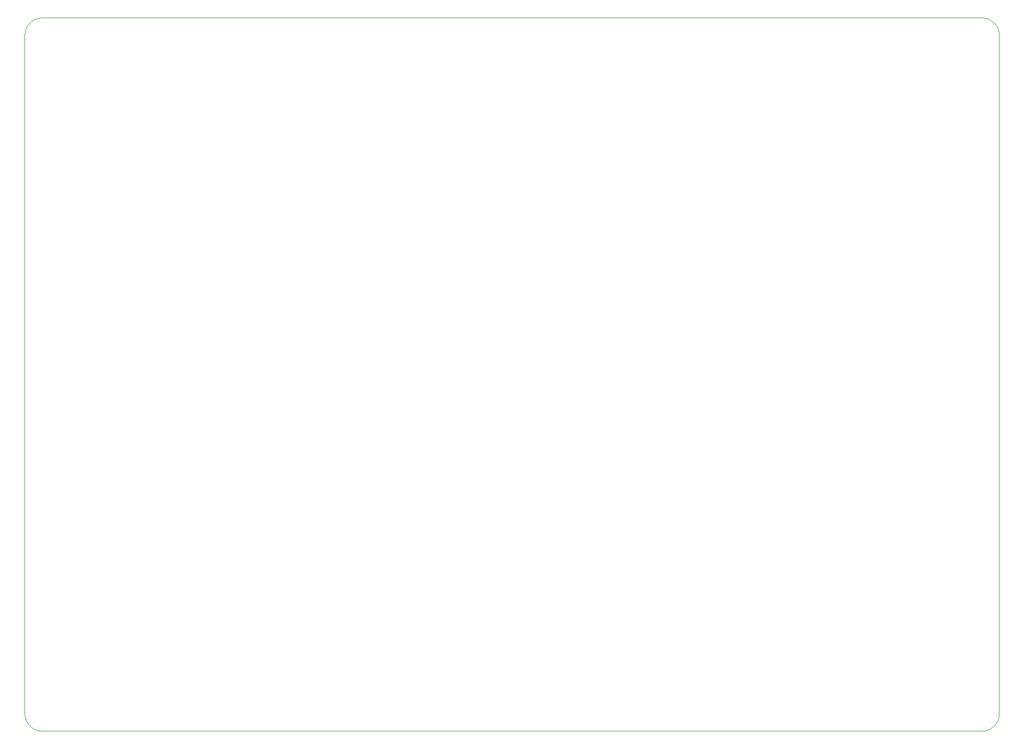
<source format=gbr>
G04 #@! TF.FileFunction,Profile,NP*
%FSLAX46Y46*%
G04 Gerber Fmt 4.6, Leading zero omitted, Abs format (unit mm)*
G04 Created by KiCad (PCBNEW 4.0.2-stable) date Monday, 06 March 2017 12:37:51*
%MOMM*%
G01*
G04 APERTURE LIST*
%ADD10C,0.100000*%
G04 APERTURE END LIST*
D10*
X229480041Y-22048992D02*
X67480041Y-22048992D01*
X229582464Y-22050741D02*
X229480041Y-22048992D01*
X229684768Y-22055985D02*
X229582464Y-22050741D01*
X229786833Y-22064720D02*
X229684768Y-22055985D01*
X229888541Y-22076934D02*
X229786833Y-22064720D01*
X229989772Y-22092613D02*
X229888541Y-22076934D01*
X230090409Y-22111739D02*
X229989772Y-22092613D01*
X230190334Y-22134290D02*
X230090409Y-22111739D01*
X230289431Y-22160240D02*
X230190334Y-22134290D01*
X230387585Y-22189557D02*
X230289431Y-22160240D01*
X230484680Y-22222209D02*
X230387585Y-22189557D01*
X230580604Y-22258156D02*
X230484680Y-22222209D01*
X230675244Y-22297358D02*
X230580604Y-22258156D01*
X230768491Y-22339768D02*
X230675244Y-22297358D01*
X230860236Y-22385336D02*
X230768491Y-22339768D01*
X230950372Y-22434010D02*
X230860236Y-22385336D01*
X231038793Y-22485734D02*
X230950372Y-22434010D01*
X231125397Y-22540445D02*
X231038793Y-22485734D01*
X231210082Y-22598082D02*
X231125397Y-22540445D01*
X231292750Y-22658576D02*
X231210082Y-22598082D01*
X232306824Y-143053729D02*
X232339475Y-142956634D01*
X65508430Y-22787853D02*
X65432382Y-22856484D01*
X232270876Y-143149653D02*
X232306824Y-143053729D01*
X65586777Y-22721858D02*
X65508430Y-22787853D01*
X232231675Y-143244294D02*
X232270876Y-143149653D01*
X65667332Y-22658576D02*
X65586777Y-22721858D01*
X232189265Y-143337541D02*
X232231675Y-143244294D01*
X232143697Y-143429286D02*
X232189265Y-143337541D01*
X65921289Y-22485734D02*
X65834685Y-22540445D01*
X65750000Y-22598082D02*
X65667332Y-22658576D01*
X232095022Y-143519421D02*
X232143697Y-143429286D01*
X66009710Y-22434010D02*
X65921289Y-22485734D01*
X232043299Y-143607842D02*
X232095022Y-143519421D01*
X66099846Y-22385336D02*
X66009710Y-22434010D01*
X66191591Y-22339768D02*
X66099846Y-22385336D01*
X231988587Y-143694446D02*
X232043299Y-143607842D01*
X65834685Y-22540445D02*
X65750000Y-22598082D01*
X66379478Y-22258156D02*
X66284838Y-22297358D01*
X232417293Y-24438624D02*
X232394742Y-24338698D01*
X66475402Y-22222209D02*
X66379478Y-22258156D01*
X232436420Y-24539261D02*
X232417293Y-24438624D01*
X232452099Y-24640492D02*
X232436420Y-24539261D01*
X232464313Y-24742199D02*
X232452099Y-24640492D01*
X66572497Y-22189557D02*
X66475402Y-22222209D01*
X66670651Y-22160240D02*
X66572497Y-22189557D01*
X232473047Y-24844265D02*
X232464313Y-24742199D01*
X66769748Y-22134290D02*
X66670651Y-22160240D01*
X232478292Y-24946568D02*
X232473047Y-24844265D01*
X232480041Y-25048992D02*
X232478292Y-24946568D01*
X232339475Y-24141448D02*
X232306824Y-24044353D01*
X232480041Y-142049091D02*
X232480041Y-25048992D01*
X232189265Y-23760541D02*
X232143697Y-23668797D01*
X65152907Y-143942354D02*
X65218902Y-144020702D01*
X65089626Y-143861800D02*
X65152907Y-143942354D01*
X65218902Y-144020702D02*
X65287533Y-144096750D01*
X64971495Y-143694446D02*
X65029131Y-143779131D01*
X64916783Y-143607842D02*
X64971495Y-143694446D01*
X64865060Y-143519421D02*
X64916783Y-143607842D01*
X64770817Y-143337541D02*
X64816385Y-143429286D01*
X232306824Y-24044353D02*
X232270876Y-23948429D01*
X64728407Y-143244294D02*
X64770817Y-143337541D01*
X64689206Y-143149653D02*
X64728407Y-143244294D01*
X64507983Y-24640492D02*
X64495769Y-24742199D01*
X64523662Y-24539261D02*
X64507983Y-24640492D01*
X64653258Y-143053729D02*
X64689206Y-143149653D01*
X64620607Y-142956634D02*
X64653258Y-143053729D01*
X64591289Y-142858481D02*
X64620607Y-142956634D01*
X64542789Y-24438624D02*
X64523662Y-24539261D01*
X64565340Y-24338698D02*
X64542789Y-24438624D01*
X64565340Y-142759384D02*
X64591289Y-142858481D01*
X64591289Y-24239601D02*
X64565340Y-24338698D01*
X64620607Y-24141448D02*
X64591289Y-24239601D01*
X64653258Y-24044353D02*
X64620607Y-24141448D01*
X64542789Y-142659459D02*
X64565340Y-142759384D01*
X64523662Y-142558822D02*
X64542789Y-142659459D01*
X64507983Y-142457590D02*
X64523662Y-142558822D01*
X64495769Y-142355883D02*
X64507983Y-142457590D01*
X64689206Y-23948429D02*
X64653258Y-24044353D01*
X64728407Y-23853788D02*
X64689206Y-23948429D01*
X64770817Y-23760541D02*
X64728407Y-23853788D01*
X64816385Y-23668797D02*
X64770817Y-23760541D01*
X64865060Y-23578661D02*
X64816385Y-23668797D01*
X64487035Y-142253818D02*
X64495769Y-142355883D01*
X64481790Y-142151514D02*
X64487035Y-142253818D01*
X64916783Y-23490240D02*
X64865060Y-23578661D01*
X64971495Y-23403636D02*
X64916783Y-23490240D01*
X65029131Y-23318951D02*
X64971495Y-23403636D01*
X65089626Y-23236283D02*
X65029131Y-23318951D01*
X64480041Y-142049091D02*
X64481790Y-142151514D01*
X65152907Y-23155728D02*
X65089626Y-23236283D01*
X65218902Y-23077381D02*
X65152907Y-23155728D01*
X64480041Y-25048992D02*
X64480041Y-142049091D01*
X64481790Y-24946568D02*
X64480041Y-25048992D01*
X64487035Y-24844265D02*
X64481790Y-24946568D01*
X64495769Y-24742199D02*
X64487035Y-24844265D01*
X67275314Y-22055985D02*
X67173249Y-22064720D01*
X65287533Y-23001332D02*
X65218902Y-23077381D01*
X67377618Y-22050741D02*
X67275314Y-22055985D01*
X67480041Y-22048992D02*
X67377618Y-22050741D01*
X65358721Y-22927671D02*
X65287533Y-23001332D01*
X65432382Y-22856484D02*
X65358721Y-22927671D01*
X66970310Y-22092613D02*
X66869673Y-22111739D01*
X67071541Y-22076934D02*
X66970310Y-22092613D01*
X232339475Y-142956634D02*
X232368793Y-142858481D01*
X232478292Y-142151514D02*
X232480041Y-142049091D01*
X232043299Y-23490240D02*
X231988587Y-23403636D01*
X232143697Y-23668797D02*
X232095022Y-23578661D01*
X231527700Y-22856484D02*
X231451652Y-22787853D01*
X231451652Y-22787853D02*
X231373305Y-22721858D01*
X231373305Y-22721858D02*
X231292750Y-22658576D01*
X231601361Y-22927671D02*
X231527700Y-22856484D01*
X231672549Y-23001332D02*
X231601361Y-22927671D01*
X232473047Y-142253818D02*
X232478292Y-142151514D01*
X231741180Y-23077381D02*
X231672549Y-23001332D01*
X231807175Y-23155728D02*
X231741180Y-23077381D01*
X231870456Y-23236283D02*
X231807175Y-23155728D01*
X231930951Y-23318951D02*
X231870456Y-23236283D01*
X231988587Y-23403636D02*
X231930951Y-23318951D01*
X232464313Y-142355883D02*
X232473047Y-142253818D01*
X232394742Y-24338698D02*
X232368793Y-24239601D01*
X232452099Y-142457590D02*
X232464313Y-142355883D01*
X232436420Y-142558822D02*
X232452099Y-142457590D01*
X232417293Y-142659459D02*
X232436420Y-142558822D01*
X232095022Y-23578661D02*
X232043299Y-23490240D01*
X67173249Y-22064720D02*
X67071541Y-22076934D01*
X232394742Y-142759384D02*
X232417293Y-142659459D01*
X232368793Y-142858481D02*
X232394742Y-142759384D01*
X232270876Y-23948429D02*
X232231675Y-23853788D01*
X232368793Y-24239601D02*
X232339475Y-24141448D01*
X66284838Y-22297358D02*
X66191591Y-22339768D01*
X232231675Y-23853788D02*
X232189265Y-23760541D01*
X66869673Y-22111739D02*
X66769748Y-22134290D01*
X230289431Y-144937842D02*
X230387585Y-144908525D01*
X67377618Y-145047342D02*
X67480041Y-145049091D01*
X229786833Y-145033362D02*
X229888541Y-145021148D01*
X229684768Y-145042097D02*
X229786833Y-145033362D01*
X230484680Y-144875873D02*
X230580604Y-144839926D01*
X230387585Y-144908525D02*
X230484680Y-144875873D01*
X231527700Y-144241598D02*
X231601361Y-144170411D01*
X230950372Y-144664072D02*
X231038793Y-144612349D01*
X231373305Y-144376224D02*
X231451652Y-144310230D01*
X230580604Y-144839926D02*
X230675244Y-144800724D01*
X229888541Y-145021148D02*
X229989772Y-145005469D01*
X229989772Y-145005469D02*
X230090409Y-144986343D01*
X231038793Y-144612349D02*
X231125397Y-144557637D01*
X230675244Y-144800724D02*
X230768491Y-144758315D01*
X231125397Y-144557637D02*
X231210082Y-144500000D01*
X231292750Y-144439506D02*
X231373305Y-144376224D01*
X231601361Y-144170411D02*
X231672549Y-144096750D01*
X230768491Y-144758315D02*
X230860236Y-144712746D01*
X230190334Y-144963792D02*
X230289431Y-144937842D01*
X67480041Y-145049091D02*
X229480041Y-145049091D01*
X230090409Y-144986343D02*
X230190334Y-144963792D01*
X229480041Y-145049091D02*
X229582464Y-145047342D01*
X231451652Y-144310230D02*
X231527700Y-144241598D01*
X231210082Y-144500000D02*
X231292750Y-144439506D01*
X229582464Y-145047342D02*
X229684768Y-145042097D01*
X230860236Y-144712746D02*
X230950372Y-144664072D01*
X65029131Y-143779131D02*
X65089626Y-143861800D01*
X67173249Y-145033362D02*
X67275314Y-145042097D01*
X231870456Y-143861800D02*
X231930951Y-143779131D01*
X65432382Y-144241598D02*
X65508430Y-144310230D01*
X231930951Y-143779131D02*
X231988587Y-143694446D01*
X67275314Y-145042097D02*
X67377618Y-145047342D01*
X65667332Y-144439506D02*
X65750000Y-144500000D01*
X65358721Y-144170411D02*
X65432382Y-144241598D01*
X231741180Y-144020702D02*
X231807175Y-143942354D01*
X231672549Y-144096750D02*
X231741180Y-144020702D01*
X64816385Y-143429286D02*
X64865060Y-143519421D01*
X231807175Y-143942354D02*
X231870456Y-143861800D01*
X67071541Y-145021148D02*
X67173249Y-145033362D01*
X66284838Y-144800724D02*
X66379478Y-144839926D01*
X66379478Y-144839926D02*
X66475402Y-144875873D01*
X66099846Y-144712746D02*
X66191591Y-144758315D01*
X66191591Y-144758315D02*
X66284838Y-144800724D01*
X66475402Y-144875873D02*
X66572497Y-144908525D01*
X66572497Y-144908525D02*
X66670651Y-144937842D01*
X66670651Y-144937842D02*
X66769748Y-144963792D01*
X66769748Y-144963792D02*
X66869673Y-144986343D01*
X66869673Y-144986343D02*
X66970310Y-145005469D01*
X66970310Y-145005469D02*
X67071541Y-145021148D01*
X65508430Y-144310230D02*
X65586777Y-144376224D01*
X65586777Y-144376224D02*
X65667332Y-144439506D01*
X65921289Y-144612349D02*
X66009710Y-144664072D01*
X65834685Y-144557637D02*
X65921289Y-144612349D01*
X66009710Y-144664072D02*
X66099846Y-144712746D01*
X65287533Y-144096750D02*
X65358721Y-144170411D01*
X65750000Y-144500000D02*
X65834685Y-144557637D01*
M02*

</source>
